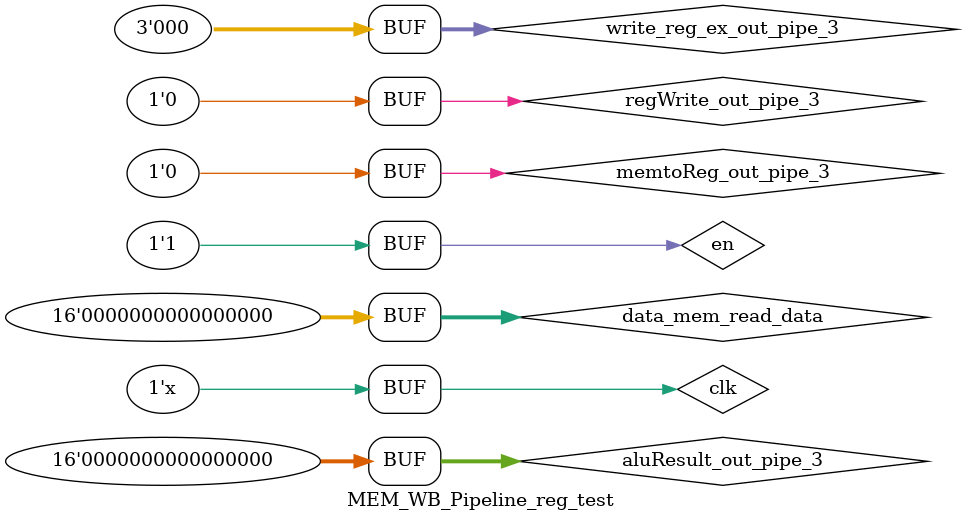
<source format=v>
`timescale 1ns / 1ps


module MEM_WB_Pipeline_reg_test;

	// Inputs
	reg clk;
	reg en;
	reg regWrite_out_pipe_3;
	reg memtoReg_out_pipe_3;
	reg [2:0] write_reg_ex_out_pipe_3;
	reg [15:0] data_mem_read_data;
	reg [15:0] aluResult_out_pipe_3;

	// Outputs
	wire regWrite_out_pipe_4;
	wire memtoReg_out_pipe_4;
	wire [2:0] write_reg_ex_out_pipe_4;
	wire [15:0] data_mem_read_data_out_pipe_4;
	wire [15:0] aluResult_out_pipe_4;

	// Instantiate the Unit Under Test (UUT)
	MEM_WB_Pipeline_reg uut (
		.clk(clk), 
		.en(en), 
		.regWrite_out_pipe_3(regWrite_out_pipe_3), 
		.memtoReg_out_pipe_3(memtoReg_out_pipe_3), 
		.write_reg_ex_out_pipe_3(write_reg_ex_out_pipe_3), 
		.data_mem_read_data(data_mem_read_data), 
		.aluResult_out_pipe_3(aluResult_out_pipe_3), 
		.regWrite_out_pipe_4(regWrite_out_pipe_4), 
		.memtoReg_out_pipe_4(memtoReg_out_pipe_4), 
		.write_reg_ex_out_pipe_4(write_reg_ex_out_pipe_4), 
		.data_mem_read_data_out_pipe_4(data_mem_read_data_out_pipe_4), 
		.aluResult_out_pipe_4(aluResult_out_pipe_4)
	);

	initial begin
		// Initialize Inputs
		clk = 0;
		en = 0;
		regWrite_out_pipe_3 = 0;
		memtoReg_out_pipe_3 = 0;
		write_reg_ex_out_pipe_3 = 0;
		data_mem_read_data = 0;
		aluResult_out_pipe_3 = 0;

		// Wait 100 ns for global reset to finish
		#100;
      en = 1;  
		// Add stimulus here

	end
   always #10 clk = ~clk;   
endmodule


</source>
